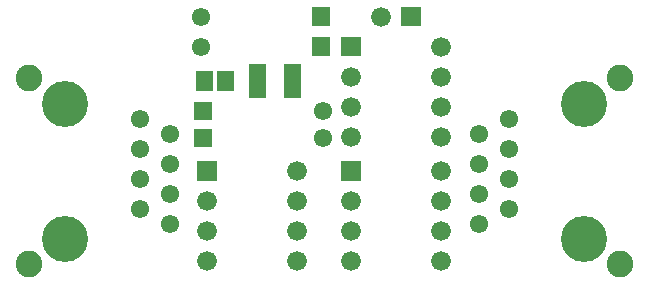
<source format=gbr>
G04 start of page 6 for group -4063 idx -4063 *
G04 Title: (unknown), componentmask *
G04 Creator: pcb 1.99z *
G04 CreationDate: Mon Dec  7 23:02:26 2015 UTC *
G04 For: commonadmin *
G04 Format: Gerber/RS-274X *
G04 PCB-Dimensions (mil): 2380.00 955.00 *
G04 PCB-Coordinate-Origin: lower left *
%MOIN*%
%FSLAX25Y25*%
%LNTOPMASK*%
%ADD51R,0.0572X0.0572*%
%ADD50C,0.0887*%
%ADD49C,0.1536*%
%ADD48C,0.0611*%
%ADD47C,0.0660*%
%ADD46C,0.0610*%
%ADD45C,0.0001*%
G54D45*G36*
X124192Y83265D02*Y76665D01*
X130792D01*
Y83265D01*
X124192D01*
G37*
G36*
X114442Y83015D02*Y76915D01*
X120542D01*
Y83015D01*
X114442D01*
G37*
G54D46*X117992Y58465D03*
G54D47*X109492Y8465D03*
Y18465D03*
Y28465D03*
Y38465D03*
G54D45*G36*
X124192Y41765D02*Y35165D01*
X130792D01*
Y41765D01*
X124192D01*
G37*
G54D47*X127492Y28465D03*
Y18465D03*
Y8465D03*
X157492D03*
Y18465D03*
Y28465D03*
X127492Y69965D03*
Y59965D03*
Y49965D03*
G54D46*X117992Y49465D03*
G54D45*G36*
X74942Y52515D02*Y46415D01*
X81042D01*
Y52515D01*
X74942D01*
G37*
G36*
X76192Y41765D02*Y35165D01*
X82792D01*
Y41765D01*
X76192D01*
G37*
G54D47*X79492Y28465D03*
G54D48*X66992Y50965D03*
Y40965D03*
Y30965D03*
G54D47*X79492Y18465D03*
Y8465D03*
G54D46*X77492Y79965D03*
Y89965D03*
G54D45*G36*
X74942Y61515D02*Y55415D01*
X81042D01*
Y61515D01*
X74942D01*
G37*
G54D48*X66992Y20965D03*
X56992Y55965D03*
Y45965D03*
Y35965D03*
Y25965D03*
G54D49*X31992Y60965D03*
Y15965D03*
G54D50*X19984Y69508D03*
Y7500D03*
G54D45*G36*
X144192Y93265D02*Y86665D01*
X150792D01*
Y93265D01*
X144192D01*
G37*
G54D47*X137492Y89965D03*
G54D45*G36*
X114442Y93015D02*Y86915D01*
X120542D01*
Y93015D01*
X114442D01*
G37*
G54D47*X157492Y59965D03*
Y69965D03*
Y79965D03*
Y38465D03*
Y49965D03*
G54D48*X169992Y30965D03*
Y20965D03*
G54D49*X204992Y15965D03*
G54D50*X217000Y7500D03*
G54D48*X169992Y50965D03*
Y40965D03*
X179992Y55965D03*
Y45965D03*
Y35965D03*
Y25965D03*
G54D49*X204992Y60965D03*
G54D50*X217000Y69508D03*
G54D51*X96182Y71220D02*Y65710D01*
X107992Y71220D02*Y65710D01*
X78492Y68858D02*Y68072D01*
X85578Y68858D02*Y68072D01*
M02*

</source>
